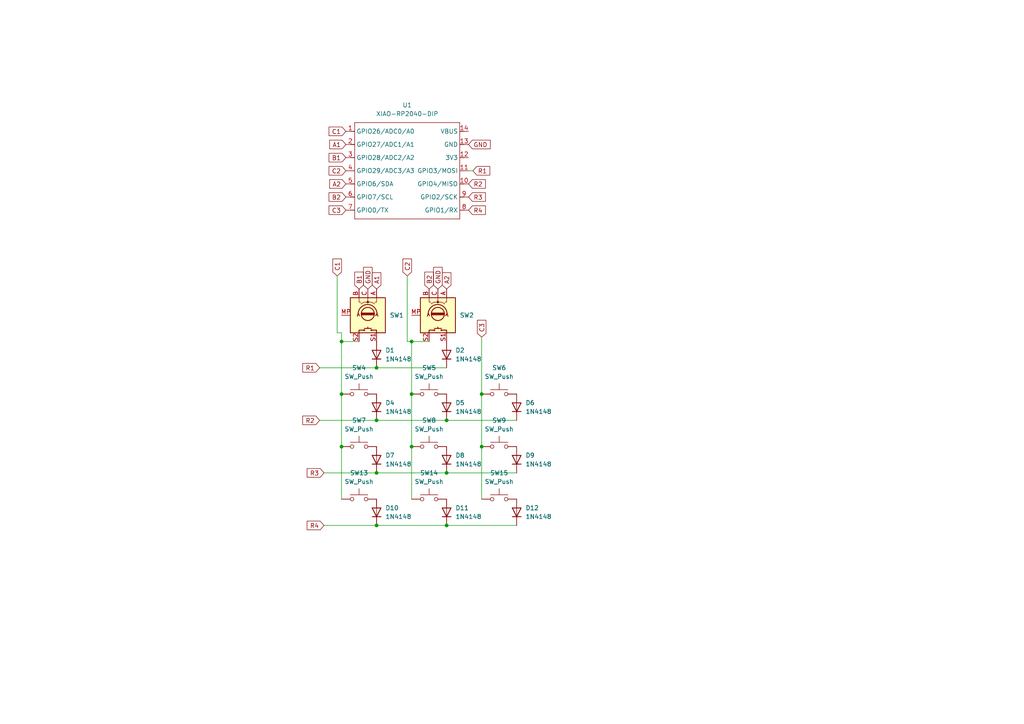
<source format=kicad_sch>
(kicad_sch
	(version 20250114)
	(generator "eeschema")
	(generator_version "9.0")
	(uuid "1df46c43-0cf4-4e72-815a-23befd42ec74")
	(paper "A4")
	(lib_symbols
		(symbol "Device:RotaryEncoder_Switch_MP"
			(pin_names
				(offset 0.254)
				(hide yes)
			)
			(exclude_from_sim no)
			(in_bom yes)
			(on_board yes)
			(property "Reference" "SW"
				(at 0 8.89 0)
				(effects
					(font
						(size 1.27 1.27)
					)
				)
			)
			(property "Value" "RotaryEncoder_Switch_MP"
				(at 0 6.35 0)
				(effects
					(font
						(size 1.27 1.27)
					)
				)
			)
			(property "Footprint" ""
				(at -3.81 4.064 0)
				(effects
					(font
						(size 1.27 1.27)
					)
					(hide yes)
				)
			)
			(property "Datasheet" "~"
				(at 0 -12.7 0)
				(effects
					(font
						(size 1.27 1.27)
					)
					(hide yes)
				)
			)
			(property "Description" "Rotary encoder, dual channel, incremental quadrate outputs, with switch and MP Pin"
				(at 0 -15.24 0)
				(effects
					(font
						(size 1.27 1.27)
					)
					(hide yes)
				)
			)
			(property "ki_keywords" "rotary switch encoder switch push button"
				(at 0 0 0)
				(effects
					(font
						(size 1.27 1.27)
					)
					(hide yes)
				)
			)
			(property "ki_fp_filters" "RotaryEncoder*Switch*"
				(at 0 0 0)
				(effects
					(font
						(size 1.27 1.27)
					)
					(hide yes)
				)
			)
			(symbol "RotaryEncoder_Switch_MP_0_1"
				(rectangle
					(start -5.08 5.08)
					(end 5.08 -5.08)
					(stroke
						(width 0.254)
						(type default)
					)
					(fill
						(type background)
					)
				)
				(polyline
					(pts
						(xy -5.08 2.54) (xy -3.81 2.54) (xy -3.81 2.032)
					)
					(stroke
						(width 0)
						(type default)
					)
					(fill
						(type none)
					)
				)
				(polyline
					(pts
						(xy -5.08 0) (xy -3.81 0) (xy -3.81 -1.016) (xy -3.302 -2.032)
					)
					(stroke
						(width 0)
						(type default)
					)
					(fill
						(type none)
					)
				)
				(polyline
					(pts
						(xy -5.08 -2.54) (xy -3.81 -2.54) (xy -3.81 -2.032)
					)
					(stroke
						(width 0)
						(type default)
					)
					(fill
						(type none)
					)
				)
				(polyline
					(pts
						(xy -4.318 0) (xy -3.81 0) (xy -3.81 1.016) (xy -3.302 2.032)
					)
					(stroke
						(width 0)
						(type default)
					)
					(fill
						(type none)
					)
				)
				(circle
					(center -3.81 0)
					(radius 0.254)
					(stroke
						(width 0)
						(type default)
					)
					(fill
						(type outline)
					)
				)
				(polyline
					(pts
						(xy -0.635 -1.778) (xy -0.635 1.778)
					)
					(stroke
						(width 0.254)
						(type default)
					)
					(fill
						(type none)
					)
				)
				(circle
					(center -0.381 0)
					(radius 1.905)
					(stroke
						(width 0.254)
						(type default)
					)
					(fill
						(type none)
					)
				)
				(polyline
					(pts
						(xy -0.381 -1.778) (xy -0.381 1.778)
					)
					(stroke
						(width 0.254)
						(type default)
					)
					(fill
						(type none)
					)
				)
				(arc
					(start -0.381 -2.794)
					(mid -3.0988 -0.0635)
					(end -0.381 2.667)
					(stroke
						(width 0.254)
						(type default)
					)
					(fill
						(type none)
					)
				)
				(polyline
					(pts
						(xy -0.127 1.778) (xy -0.127 -1.778)
					)
					(stroke
						(width 0.254)
						(type default)
					)
					(fill
						(type none)
					)
				)
				(polyline
					(pts
						(xy 0.254 2.921) (xy -0.508 2.667) (xy 0.127 2.286)
					)
					(stroke
						(width 0.254)
						(type default)
					)
					(fill
						(type none)
					)
				)
				(polyline
					(pts
						(xy 0.254 -3.048) (xy -0.508 -2.794) (xy 0.127 -2.413)
					)
					(stroke
						(width 0.254)
						(type default)
					)
					(fill
						(type none)
					)
				)
				(polyline
					(pts
						(xy 3.81 1.016) (xy 3.81 -1.016)
					)
					(stroke
						(width 0.254)
						(type default)
					)
					(fill
						(type none)
					)
				)
				(polyline
					(pts
						(xy 3.81 0) (xy 3.429 0)
					)
					(stroke
						(width 0.254)
						(type default)
					)
					(fill
						(type none)
					)
				)
				(circle
					(center 4.318 1.016)
					(radius 0.127)
					(stroke
						(width 0.254)
						(type default)
					)
					(fill
						(type none)
					)
				)
				(circle
					(center 4.318 -1.016)
					(radius 0.127)
					(stroke
						(width 0.254)
						(type default)
					)
					(fill
						(type none)
					)
				)
				(polyline
					(pts
						(xy 5.08 2.54) (xy 4.318 2.54) (xy 4.318 1.016)
					)
					(stroke
						(width 0.254)
						(type default)
					)
					(fill
						(type none)
					)
				)
				(polyline
					(pts
						(xy 5.08 -2.54) (xy 4.318 -2.54) (xy 4.318 -1.016)
					)
					(stroke
						(width 0.254)
						(type default)
					)
					(fill
						(type none)
					)
				)
			)
			(symbol "RotaryEncoder_Switch_MP_1_1"
				(pin passive line
					(at -7.62 2.54 0)
					(length 2.54)
					(name "A"
						(effects
							(font
								(size 1.27 1.27)
							)
						)
					)
					(number "A"
						(effects
							(font
								(size 1.27 1.27)
							)
						)
					)
				)
				(pin passive line
					(at -7.62 0 0)
					(length 2.54)
					(name "C"
						(effects
							(font
								(size 1.27 1.27)
							)
						)
					)
					(number "C"
						(effects
							(font
								(size 1.27 1.27)
							)
						)
					)
				)
				(pin passive line
					(at -7.62 -2.54 0)
					(length 2.54)
					(name "B"
						(effects
							(font
								(size 1.27 1.27)
							)
						)
					)
					(number "B"
						(effects
							(font
								(size 1.27 1.27)
							)
						)
					)
				)
				(pin passive line
					(at 0 -7.62 90)
					(length 2.54)
					(name "MP"
						(effects
							(font
								(size 1.27 1.27)
							)
						)
					)
					(number "MP"
						(effects
							(font
								(size 1.27 1.27)
							)
						)
					)
				)
				(pin passive line
					(at 7.62 2.54 180)
					(length 2.54)
					(name "S1"
						(effects
							(font
								(size 1.27 1.27)
							)
						)
					)
					(number "S1"
						(effects
							(font
								(size 1.27 1.27)
							)
						)
					)
				)
				(pin passive line
					(at 7.62 -2.54 180)
					(length 2.54)
					(name "S2"
						(effects
							(font
								(size 1.27 1.27)
							)
						)
					)
					(number "S2"
						(effects
							(font
								(size 1.27 1.27)
							)
						)
					)
				)
			)
			(embedded_fonts no)
		)
		(symbol "Diode:1N4148"
			(pin_numbers
				(hide yes)
			)
			(pin_names
				(hide yes)
			)
			(exclude_from_sim no)
			(in_bom yes)
			(on_board yes)
			(property "Reference" "D"
				(at 0 2.54 0)
				(effects
					(font
						(size 1.27 1.27)
					)
				)
			)
			(property "Value" "1N4148"
				(at 0 -2.54 0)
				(effects
					(font
						(size 1.27 1.27)
					)
				)
			)
			(property "Footprint" "Diode_THT:D_DO-35_SOD27_P7.62mm_Horizontal"
				(at 0 0 0)
				(effects
					(font
						(size 1.27 1.27)
					)
					(hide yes)
				)
			)
			(property "Datasheet" "https://assets.nexperia.com/documents/data-sheet/1N4148_1N4448.pdf"
				(at 0 0 0)
				(effects
					(font
						(size 1.27 1.27)
					)
					(hide yes)
				)
			)
			(property "Description" "100V 0.15A standard switching diode, DO-35"
				(at 0 0 0)
				(effects
					(font
						(size 1.27 1.27)
					)
					(hide yes)
				)
			)
			(property "Sim.Device" "D"
				(at 0 0 0)
				(effects
					(font
						(size 1.27 1.27)
					)
					(hide yes)
				)
			)
			(property "Sim.Pins" "1=K 2=A"
				(at 0 0 0)
				(effects
					(font
						(size 1.27 1.27)
					)
					(hide yes)
				)
			)
			(property "ki_keywords" "diode"
				(at 0 0 0)
				(effects
					(font
						(size 1.27 1.27)
					)
					(hide yes)
				)
			)
			(property "ki_fp_filters" "D*DO?35*"
				(at 0 0 0)
				(effects
					(font
						(size 1.27 1.27)
					)
					(hide yes)
				)
			)
			(symbol "1N4148_0_1"
				(polyline
					(pts
						(xy -1.27 1.27) (xy -1.27 -1.27)
					)
					(stroke
						(width 0.254)
						(type default)
					)
					(fill
						(type none)
					)
				)
				(polyline
					(pts
						(xy 1.27 1.27) (xy 1.27 -1.27) (xy -1.27 0) (xy 1.27 1.27)
					)
					(stroke
						(width 0.254)
						(type default)
					)
					(fill
						(type none)
					)
				)
				(polyline
					(pts
						(xy 1.27 0) (xy -1.27 0)
					)
					(stroke
						(width 0)
						(type default)
					)
					(fill
						(type none)
					)
				)
			)
			(symbol "1N4148_1_1"
				(pin passive line
					(at -3.81 0 0)
					(length 2.54)
					(name "K"
						(effects
							(font
								(size 1.27 1.27)
							)
						)
					)
					(number "1"
						(effects
							(font
								(size 1.27 1.27)
							)
						)
					)
				)
				(pin passive line
					(at 3.81 0 180)
					(length 2.54)
					(name "A"
						(effects
							(font
								(size 1.27 1.27)
							)
						)
					)
					(number "2"
						(effects
							(font
								(size 1.27 1.27)
							)
						)
					)
				)
			)
			(embedded_fonts no)
		)
		(symbol "MicroPad:XIAO-RP2040-DIP"
			(exclude_from_sim no)
			(in_bom yes)
			(on_board yes)
			(property "Reference" "U"
				(at 0 0 0)
				(effects
					(font
						(size 1.27 1.27)
					)
				)
			)
			(property "Value" "XIAO-RP2040-DIP"
				(at 5.334 -1.778 0)
				(effects
					(font
						(size 1.27 1.27)
					)
				)
			)
			(property "Footprint" "Module:MOUDLE14P-XIAO-DIP-SMD"
				(at 14.478 -32.258 0)
				(effects
					(font
						(size 1.27 1.27)
					)
					(hide yes)
				)
			)
			(property "Datasheet" ""
				(at 0 0 0)
				(effects
					(font
						(size 1.27 1.27)
					)
					(hide yes)
				)
			)
			(property "Description" ""
				(at 0 0 0)
				(effects
					(font
						(size 1.27 1.27)
					)
					(hide yes)
				)
			)
			(symbol "XIAO-RP2040-DIP_1_0"
				(polyline
					(pts
						(xy -1.27 -2.54) (xy 29.21 -2.54)
					)
					(stroke
						(width 0.1524)
						(type solid)
					)
					(fill
						(type none)
					)
				)
				(polyline
					(pts
						(xy -1.27 -5.08) (xy -2.54 -5.08)
					)
					(stroke
						(width 0.1524)
						(type solid)
					)
					(fill
						(type none)
					)
				)
				(polyline
					(pts
						(xy -1.27 -5.08) (xy -1.27 -2.54)
					)
					(stroke
						(width 0.1524)
						(type solid)
					)
					(fill
						(type none)
					)
				)
				(polyline
					(pts
						(xy -1.27 -8.89) (xy -2.54 -8.89)
					)
					(stroke
						(width 0.1524)
						(type solid)
					)
					(fill
						(type none)
					)
				)
				(polyline
					(pts
						(xy -1.27 -8.89) (xy -1.27 -5.08)
					)
					(stroke
						(width 0.1524)
						(type solid)
					)
					(fill
						(type none)
					)
				)
				(polyline
					(pts
						(xy -1.27 -12.7) (xy -2.54 -12.7)
					)
					(stroke
						(width 0.1524)
						(type solid)
					)
					(fill
						(type none)
					)
				)
				(polyline
					(pts
						(xy -1.27 -12.7) (xy -1.27 -8.89)
					)
					(stroke
						(width 0.1524)
						(type solid)
					)
					(fill
						(type none)
					)
				)
				(polyline
					(pts
						(xy -1.27 -16.51) (xy -2.54 -16.51)
					)
					(stroke
						(width 0.1524)
						(type solid)
					)
					(fill
						(type none)
					)
				)
				(polyline
					(pts
						(xy -1.27 -16.51) (xy -1.27 -12.7)
					)
					(stroke
						(width 0.1524)
						(type solid)
					)
					(fill
						(type none)
					)
				)
				(polyline
					(pts
						(xy -1.27 -20.32) (xy -2.54 -20.32)
					)
					(stroke
						(width 0.1524)
						(type solid)
					)
					(fill
						(type none)
					)
				)
				(polyline
					(pts
						(xy -1.27 -24.13) (xy -2.54 -24.13)
					)
					(stroke
						(width 0.1524)
						(type solid)
					)
					(fill
						(type none)
					)
				)
				(polyline
					(pts
						(xy -1.27 -27.94) (xy -2.54 -27.94)
					)
					(stroke
						(width 0.1524)
						(type solid)
					)
					(fill
						(type none)
					)
				)
				(polyline
					(pts
						(xy -1.27 -30.48) (xy -1.27 -16.51)
					)
					(stroke
						(width 0.1524)
						(type solid)
					)
					(fill
						(type none)
					)
				)
				(polyline
					(pts
						(xy 29.21 -2.54) (xy 29.21 -5.08)
					)
					(stroke
						(width 0.1524)
						(type solid)
					)
					(fill
						(type none)
					)
				)
				(polyline
					(pts
						(xy 29.21 -5.08) (xy 29.21 -8.89)
					)
					(stroke
						(width 0.1524)
						(type solid)
					)
					(fill
						(type none)
					)
				)
				(polyline
					(pts
						(xy 29.21 -8.89) (xy 29.21 -12.7)
					)
					(stroke
						(width 0.1524)
						(type solid)
					)
					(fill
						(type none)
					)
				)
				(polyline
					(pts
						(xy 29.21 -12.7) (xy 29.21 -30.48)
					)
					(stroke
						(width 0.1524)
						(type solid)
					)
					(fill
						(type none)
					)
				)
				(polyline
					(pts
						(xy 29.21 -30.48) (xy -1.27 -30.48)
					)
					(stroke
						(width 0.1524)
						(type solid)
					)
					(fill
						(type none)
					)
				)
				(polyline
					(pts
						(xy 30.48 -5.08) (xy 29.21 -5.08)
					)
					(stroke
						(width 0.1524)
						(type solid)
					)
					(fill
						(type none)
					)
				)
				(polyline
					(pts
						(xy 30.48 -8.89) (xy 29.21 -8.89)
					)
					(stroke
						(width 0.1524)
						(type solid)
					)
					(fill
						(type none)
					)
				)
				(polyline
					(pts
						(xy 30.48 -12.7) (xy 29.21 -12.7)
					)
					(stroke
						(width 0.1524)
						(type solid)
					)
					(fill
						(type none)
					)
				)
				(polyline
					(pts
						(xy 30.48 -16.51) (xy 29.21 -16.51)
					)
					(stroke
						(width 0.1524)
						(type solid)
					)
					(fill
						(type none)
					)
				)
				(polyline
					(pts
						(xy 30.48 -20.32) (xy 29.21 -20.32)
					)
					(stroke
						(width 0.1524)
						(type solid)
					)
					(fill
						(type none)
					)
				)
				(polyline
					(pts
						(xy 30.48 -24.13) (xy 29.21 -24.13)
					)
					(stroke
						(width 0.1524)
						(type solid)
					)
					(fill
						(type none)
					)
				)
				(polyline
					(pts
						(xy 30.48 -27.94) (xy 29.21 -27.94)
					)
					(stroke
						(width 0.1524)
						(type solid)
					)
					(fill
						(type none)
					)
				)
				(pin passive line
					(at -3.81 -5.08 0)
					(length 2.54)
					(name "GPIO26/ADC0/A0"
						(effects
							(font
								(size 1.27 1.27)
							)
						)
					)
					(number "1"
						(effects
							(font
								(size 1.27 1.27)
							)
						)
					)
				)
				(pin passive line
					(at -3.81 -8.89 0)
					(length 2.54)
					(name "GPIO27/ADC1/A1"
						(effects
							(font
								(size 1.27 1.27)
							)
						)
					)
					(number "2"
						(effects
							(font
								(size 1.27 1.27)
							)
						)
					)
				)
				(pin passive line
					(at -3.81 -12.7 0)
					(length 2.54)
					(name "GPIO28/ADC2/A2"
						(effects
							(font
								(size 1.27 1.27)
							)
						)
					)
					(number "3"
						(effects
							(font
								(size 1.27 1.27)
							)
						)
					)
				)
				(pin passive line
					(at -3.81 -16.51 0)
					(length 2.54)
					(name "GPIO29/ADC3/A3"
						(effects
							(font
								(size 1.27 1.27)
							)
						)
					)
					(number "4"
						(effects
							(font
								(size 1.27 1.27)
							)
						)
					)
				)
				(pin passive line
					(at -3.81 -20.32 0)
					(length 2.54)
					(name "GPIO6/SDA"
						(effects
							(font
								(size 1.27 1.27)
							)
						)
					)
					(number "5"
						(effects
							(font
								(size 1.27 1.27)
							)
						)
					)
				)
				(pin passive line
					(at -3.81 -24.13 0)
					(length 2.54)
					(name "GPIO7/SCL"
						(effects
							(font
								(size 1.27 1.27)
							)
						)
					)
					(number "6"
						(effects
							(font
								(size 1.27 1.27)
							)
						)
					)
				)
				(pin passive line
					(at -3.81 -27.94 0)
					(length 2.54)
					(name "GPIO0/TX"
						(effects
							(font
								(size 1.27 1.27)
							)
						)
					)
					(number "7"
						(effects
							(font
								(size 1.27 1.27)
							)
						)
					)
				)
				(pin passive line
					(at 31.75 -5.08 180)
					(length 2.54)
					(name "VBUS"
						(effects
							(font
								(size 1.27 1.27)
							)
						)
					)
					(number "14"
						(effects
							(font
								(size 1.27 1.27)
							)
						)
					)
				)
				(pin passive line
					(at 31.75 -8.89 180)
					(length 2.54)
					(name "GND"
						(effects
							(font
								(size 1.27 1.27)
							)
						)
					)
					(number "13"
						(effects
							(font
								(size 1.27 1.27)
							)
						)
					)
				)
				(pin passive line
					(at 31.75 -12.7 180)
					(length 2.54)
					(name "3V3"
						(effects
							(font
								(size 1.27 1.27)
							)
						)
					)
					(number "12"
						(effects
							(font
								(size 1.27 1.27)
							)
						)
					)
				)
				(pin passive line
					(at 31.75 -16.51 180)
					(length 2.54)
					(name "GPIO3/MOSI"
						(effects
							(font
								(size 1.27 1.27)
							)
						)
					)
					(number "11"
						(effects
							(font
								(size 1.27 1.27)
							)
						)
					)
				)
				(pin passive line
					(at 31.75 -20.32 180)
					(length 2.54)
					(name "GPIO4/MISO"
						(effects
							(font
								(size 1.27 1.27)
							)
						)
					)
					(number "10"
						(effects
							(font
								(size 1.27 1.27)
							)
						)
					)
				)
				(pin passive line
					(at 31.75 -24.13 180)
					(length 2.54)
					(name "GPIO2/SCK"
						(effects
							(font
								(size 1.27 1.27)
							)
						)
					)
					(number "9"
						(effects
							(font
								(size 1.27 1.27)
							)
						)
					)
				)
				(pin passive line
					(at 31.75 -27.94 180)
					(length 2.54)
					(name "GPIO1/RX"
						(effects
							(font
								(size 1.27 1.27)
							)
						)
					)
					(number "8"
						(effects
							(font
								(size 1.27 1.27)
							)
						)
					)
				)
			)
			(embedded_fonts no)
		)
		(symbol "Switch:SW_Push"
			(pin_numbers
				(hide yes)
			)
			(pin_names
				(offset 1.016)
				(hide yes)
			)
			(exclude_from_sim no)
			(in_bom yes)
			(on_board yes)
			(property "Reference" "SW"
				(at 1.27 2.54 0)
				(effects
					(font
						(size 1.27 1.27)
					)
					(justify left)
				)
			)
			(property "Value" "SW_Push"
				(at 0 -1.524 0)
				(effects
					(font
						(size 1.27 1.27)
					)
				)
			)
			(property "Footprint" ""
				(at 0 5.08 0)
				(effects
					(font
						(size 1.27 1.27)
					)
					(hide yes)
				)
			)
			(property "Datasheet" "~"
				(at 0 5.08 0)
				(effects
					(font
						(size 1.27 1.27)
					)
					(hide yes)
				)
			)
			(property "Description" "Push button switch, generic, two pins"
				(at 0 0 0)
				(effects
					(font
						(size 1.27 1.27)
					)
					(hide yes)
				)
			)
			(property "ki_keywords" "switch normally-open pushbutton push-button"
				(at 0 0 0)
				(effects
					(font
						(size 1.27 1.27)
					)
					(hide yes)
				)
			)
			(symbol "SW_Push_0_1"
				(circle
					(center -2.032 0)
					(radius 0.508)
					(stroke
						(width 0)
						(type default)
					)
					(fill
						(type none)
					)
				)
				(polyline
					(pts
						(xy 0 1.27) (xy 0 3.048)
					)
					(stroke
						(width 0)
						(type default)
					)
					(fill
						(type none)
					)
				)
				(circle
					(center 2.032 0)
					(radius 0.508)
					(stroke
						(width 0)
						(type default)
					)
					(fill
						(type none)
					)
				)
				(polyline
					(pts
						(xy 2.54 1.27) (xy -2.54 1.27)
					)
					(stroke
						(width 0)
						(type default)
					)
					(fill
						(type none)
					)
				)
				(pin passive line
					(at -5.08 0 0)
					(length 2.54)
					(name "1"
						(effects
							(font
								(size 1.27 1.27)
							)
						)
					)
					(number "1"
						(effects
							(font
								(size 1.27 1.27)
							)
						)
					)
				)
				(pin passive line
					(at 5.08 0 180)
					(length 2.54)
					(name "2"
						(effects
							(font
								(size 1.27 1.27)
							)
						)
					)
					(number "2"
						(effects
							(font
								(size 1.27 1.27)
							)
						)
					)
				)
			)
			(embedded_fonts no)
		)
	)
	(junction
		(at 129.54 137.16)
		(diameter 0)
		(color 0 0 0 0)
		(uuid "20f5cffc-42b1-4f7f-93e9-9edd8e8157de")
	)
	(junction
		(at 109.22 121.92)
		(diameter 0)
		(color 0 0 0 0)
		(uuid "2bec86bd-d9ec-4e02-aa8b-d9e4dbd4cd1a")
	)
	(junction
		(at 109.22 152.4)
		(diameter 0)
		(color 0 0 0 0)
		(uuid "3f6b0564-3122-4b9e-a063-3f5c50b77375")
	)
	(junction
		(at 139.7 114.3)
		(diameter 0)
		(color 0 0 0 0)
		(uuid "4def1e23-c095-40ee-a1ac-0a7cbae64c0e")
	)
	(junction
		(at 119.38 99.06)
		(diameter 0)
		(color 0 0 0 0)
		(uuid "543e6aff-cc53-49fd-b822-48fe4b28a828")
	)
	(junction
		(at 139.7 129.54)
		(diameter 0)
		(color 0 0 0 0)
		(uuid "816a436b-3187-443e-be64-dc1a51b1c781")
	)
	(junction
		(at 119.38 129.54)
		(diameter 0)
		(color 0 0 0 0)
		(uuid "a07b7ddb-b282-4dd1-9eee-9a2370d535dc")
	)
	(junction
		(at 99.06 129.54)
		(diameter 0)
		(color 0 0 0 0)
		(uuid "aa041f0a-614a-4ab1-a5a2-549fd65c6856")
	)
	(junction
		(at 109.22 137.16)
		(diameter 0)
		(color 0 0 0 0)
		(uuid "ad014a8c-aee6-4c57-a694-213233c6acfd")
	)
	(junction
		(at 129.54 121.92)
		(diameter 0)
		(color 0 0 0 0)
		(uuid "ae6d1875-bd63-4d32-b378-fdec017c03a0")
	)
	(junction
		(at 99.06 99.06)
		(diameter 0)
		(color 0 0 0 0)
		(uuid "b627e7ce-343d-486b-a25a-d5b8cf00550e")
	)
	(junction
		(at 109.22 106.68)
		(diameter 0)
		(color 0 0 0 0)
		(uuid "bd2a2ea4-1b06-430a-a717-499a563d57f7")
	)
	(junction
		(at 99.06 114.3)
		(diameter 0)
		(color 0 0 0 0)
		(uuid "df69f832-1e87-417b-8472-8eed51c56965")
	)
	(junction
		(at 119.38 114.3)
		(diameter 0)
		(color 0 0 0 0)
		(uuid "f7da5be7-7acc-4403-9b22-edd80d6847ca")
	)
	(junction
		(at 129.54 152.4)
		(diameter 0)
		(color 0 0 0 0)
		(uuid "fce2c63e-b9a3-4b2c-a181-5240d321919d")
	)
	(wire
		(pts
			(xy 119.38 114.3) (xy 119.38 129.54)
		)
		(stroke
			(width 0)
			(type default)
		)
		(uuid "014f88bc-91e0-4b79-842d-75bb20d11808")
	)
	(wire
		(pts
			(xy 129.54 121.92) (xy 149.86 121.92)
		)
		(stroke
			(width 0)
			(type default)
		)
		(uuid "0189e49c-768a-4520-8364-64fb62e90aea")
	)
	(wire
		(pts
			(xy 139.7 129.54) (xy 139.7 144.78)
		)
		(stroke
			(width 0)
			(type default)
		)
		(uuid "0220676d-f40d-4e7d-a69a-e488d0168a08")
	)
	(wire
		(pts
			(xy 99.06 96.52) (xy 99.06 99.06)
		)
		(stroke
			(width 0)
			(type default)
		)
		(uuid "04549a5b-56a4-4895-a580-94df599e996c")
	)
	(wire
		(pts
			(xy 137.16 49.53) (xy 135.89 49.53)
		)
		(stroke
			(width 0)
			(type default)
		)
		(uuid "127c9d22-2a2c-437c-80e8-81e6e3701a2e")
	)
	(wire
		(pts
			(xy 97.79 80.01) (xy 97.79 96.52)
		)
		(stroke
			(width 0)
			(type default)
		)
		(uuid "17c8d9bd-0411-4794-bdc7-3a2bd89fb133")
	)
	(wire
		(pts
			(xy 97.79 96.52) (xy 99.06 96.52)
		)
		(stroke
			(width 0)
			(type default)
		)
		(uuid "2181aa59-bb83-4265-9871-e1002a8602bc")
	)
	(wire
		(pts
			(xy 118.11 99.06) (xy 119.38 99.06)
		)
		(stroke
			(width 0)
			(type default)
		)
		(uuid "30aff6d3-40f4-444f-a201-046253bb3625")
	)
	(wire
		(pts
			(xy 92.71 121.92) (xy 109.22 121.92)
		)
		(stroke
			(width 0)
			(type default)
		)
		(uuid "561bdfd5-a2df-482f-bda5-4cc5c5f20f26")
	)
	(wire
		(pts
			(xy 109.22 137.16) (xy 129.54 137.16)
		)
		(stroke
			(width 0)
			(type default)
		)
		(uuid "592bb599-c760-4df7-8004-825cd5510db1")
	)
	(wire
		(pts
			(xy 109.22 106.68) (xy 129.54 106.68)
		)
		(stroke
			(width 0)
			(type default)
		)
		(uuid "5efc17c4-85b3-41de-b4e6-a77eeb4d7ec6")
	)
	(wire
		(pts
			(xy 129.54 152.4) (xy 149.86 152.4)
		)
		(stroke
			(width 0)
			(type default)
		)
		(uuid "7437b41e-fdaa-4bae-babd-dd4536dac48f")
	)
	(wire
		(pts
			(xy 99.06 114.3) (xy 99.06 129.54)
		)
		(stroke
			(width 0)
			(type default)
		)
		(uuid "8b5913c0-b676-4c5f-b7ad-15b43f6e962c")
	)
	(wire
		(pts
			(xy 139.7 97.79) (xy 139.7 114.3)
		)
		(stroke
			(width 0)
			(type default)
		)
		(uuid "91a8d489-4e27-4e40-9a79-bc3787c45735")
	)
	(wire
		(pts
			(xy 93.98 137.16) (xy 109.22 137.16)
		)
		(stroke
			(width 0)
			(type default)
		)
		(uuid "a3353e16-9ea0-42c1-8ee6-6d5fa7ca7c96")
	)
	(wire
		(pts
			(xy 119.38 129.54) (xy 119.38 144.78)
		)
		(stroke
			(width 0)
			(type default)
		)
		(uuid "a47f74a1-4b1a-4ef7-ae10-c3290ea2adf5")
	)
	(wire
		(pts
			(xy 99.06 99.06) (xy 104.14 99.06)
		)
		(stroke
			(width 0)
			(type default)
		)
		(uuid "ab2b962f-482b-4530-bbbf-3c91b607784e")
	)
	(wire
		(pts
			(xy 99.06 114.3) (xy 99.06 99.06)
		)
		(stroke
			(width 0)
			(type default)
		)
		(uuid "afccdb45-7bd3-4e35-8cdd-dce334b4cfa8")
	)
	(wire
		(pts
			(xy 119.38 99.06) (xy 124.46 99.06)
		)
		(stroke
			(width 0)
			(type default)
		)
		(uuid "b18ed422-e719-4b6b-bd1b-96dc764cd1ac")
	)
	(wire
		(pts
			(xy 99.06 129.54) (xy 99.06 144.78)
		)
		(stroke
			(width 0)
			(type default)
		)
		(uuid "c8751234-8de2-4edf-b206-d473dca7daee")
	)
	(wire
		(pts
			(xy 93.98 152.4) (xy 109.22 152.4)
		)
		(stroke
			(width 0)
			(type default)
		)
		(uuid "dd3fa586-ac76-4ab0-90e0-846d757a404e")
	)
	(wire
		(pts
			(xy 139.7 114.3) (xy 139.7 129.54)
		)
		(stroke
			(width 0)
			(type default)
		)
		(uuid "e4b20648-0b5a-470b-b9f2-e500964c180e")
	)
	(wire
		(pts
			(xy 92.71 106.68) (xy 109.22 106.68)
		)
		(stroke
			(width 0)
			(type default)
		)
		(uuid "e89b6d89-6502-419f-8cf4-80d9e247090c")
	)
	(wire
		(pts
			(xy 129.54 137.16) (xy 149.86 137.16)
		)
		(stroke
			(width 0)
			(type default)
		)
		(uuid "eda79257-9b67-4505-9e05-7c98ac19d2a0")
	)
	(wire
		(pts
			(xy 119.38 114.3) (xy 119.38 99.06)
		)
		(stroke
			(width 0)
			(type default)
		)
		(uuid "f1d9abf3-48ef-4a34-a22b-6d177fb2cb32")
	)
	(wire
		(pts
			(xy 109.22 152.4) (xy 129.54 152.4)
		)
		(stroke
			(width 0)
			(type default)
		)
		(uuid "f3f232ac-3700-4b78-8488-0f5c2e6b8e64")
	)
	(wire
		(pts
			(xy 109.22 121.92) (xy 129.54 121.92)
		)
		(stroke
			(width 0)
			(type default)
		)
		(uuid "f9cc82bf-6b19-4628-8049-67303ed015b5")
	)
	(wire
		(pts
			(xy 118.11 80.01) (xy 118.11 99.06)
		)
		(stroke
			(width 0)
			(type default)
		)
		(uuid "fc1e3f23-ad1d-4cbe-bcd7-c7f3935f3afa")
	)
	(global_label "B1"
		(shape input)
		(at 104.14 83.82 90)
		(fields_autoplaced yes)
		(effects
			(font
				(size 1.27 1.27)
			)
			(justify left)
		)
		(uuid "01e27b57-8010-4454-afcb-4cc0ba3adab2")
		(property "Intersheetrefs" "${INTERSHEET_REFS}"
			(at 104.14 78.3553 90)
			(effects
				(font
					(size 1.27 1.27)
				)
				(justify left)
				(hide yes)
			)
		)
	)
	(global_label "B1"
		(shape input)
		(at 100.33 45.72 180)
		(fields_autoplaced yes)
		(effects
			(font
				(size 1.27 1.27)
			)
			(justify right)
		)
		(uuid "0817234e-337e-4264-8706-24d2dee855bb")
		(property "Intersheetrefs" "${INTERSHEET_REFS}"
			(at 94.8653 45.72 0)
			(effects
				(font
					(size 1.27 1.27)
				)
				(justify right)
				(hide yes)
			)
		)
	)
	(global_label "GND"
		(shape input)
		(at 127 83.82 90)
		(fields_autoplaced yes)
		(effects
			(font
				(size 1.27 1.27)
			)
			(justify left)
		)
		(uuid "0d5749b2-b2d8-40f3-aee3-e598a87184c4")
		(property "Intersheetrefs" "${INTERSHEET_REFS}"
			(at 127 76.9643 90)
			(effects
				(font
					(size 1.27 1.27)
				)
				(justify left)
				(hide yes)
			)
		)
	)
	(global_label "R1"
		(shape input)
		(at 137.16 49.53 0)
		(fields_autoplaced yes)
		(effects
			(font
				(size 1.27 1.27)
			)
			(justify left)
		)
		(uuid "0de08893-e983-4778-b324-5b8e3d40dbc2")
		(property "Intersheetrefs" "${INTERSHEET_REFS}"
			(at 142.6247 49.53 0)
			(effects
				(font
					(size 1.27 1.27)
				)
				(justify left)
				(hide yes)
			)
		)
	)
	(global_label "A1"
		(shape input)
		(at 109.22 83.82 90)
		(fields_autoplaced yes)
		(effects
			(font
				(size 1.27 1.27)
			)
			(justify left)
		)
		(uuid "11a68de1-d0f7-4d99-aea1-225f3de934b0")
		(property "Intersheetrefs" "${INTERSHEET_REFS}"
			(at 109.22 78.5367 90)
			(effects
				(font
					(size 1.27 1.27)
				)
				(justify left)
				(hide yes)
			)
		)
	)
	(global_label "A2"
		(shape input)
		(at 129.54 83.82 90)
		(fields_autoplaced yes)
		(effects
			(font
				(size 1.27 1.27)
			)
			(justify left)
		)
		(uuid "133ee797-1b85-4bd4-a14d-8732df945361")
		(property "Intersheetrefs" "${INTERSHEET_REFS}"
			(at 129.54 78.5367 90)
			(effects
				(font
					(size 1.27 1.27)
				)
				(justify left)
				(hide yes)
			)
		)
	)
	(global_label "C3"
		(shape input)
		(at 100.33 60.96 180)
		(fields_autoplaced yes)
		(effects
			(font
				(size 1.27 1.27)
			)
			(justify right)
		)
		(uuid "15821ef5-c8dc-4143-9bb9-f7185e82af22")
		(property "Intersheetrefs" "${INTERSHEET_REFS}"
			(at 94.8653 60.96 0)
			(effects
				(font
					(size 1.27 1.27)
				)
				(justify right)
				(hide yes)
			)
		)
	)
	(global_label "C1"
		(shape input)
		(at 100.33 38.1 180)
		(fields_autoplaced yes)
		(effects
			(font
				(size 1.27 1.27)
			)
			(justify right)
		)
		(uuid "1e96683b-1427-4ff6-861e-ec4aecc5d479")
		(property "Intersheetrefs" "${INTERSHEET_REFS}"
			(at 94.8653 38.1 0)
			(effects
				(font
					(size 1.27 1.27)
				)
				(justify right)
				(hide yes)
			)
		)
	)
	(global_label "B2"
		(shape input)
		(at 100.33 57.15 180)
		(fields_autoplaced yes)
		(effects
			(font
				(size 1.27 1.27)
			)
			(justify right)
		)
		(uuid "24148468-b59a-4b57-8419-40312149c2c5")
		(property "Intersheetrefs" "${INTERSHEET_REFS}"
			(at 94.8653 57.15 0)
			(effects
				(font
					(size 1.27 1.27)
				)
				(justify right)
				(hide yes)
			)
		)
	)
	(global_label "R2"
		(shape input)
		(at 135.89 53.34 0)
		(fields_autoplaced yes)
		(effects
			(font
				(size 1.27 1.27)
			)
			(justify left)
		)
		(uuid "32ea569f-5cee-4f62-b932-577f3d09ad7b")
		(property "Intersheetrefs" "${INTERSHEET_REFS}"
			(at 141.3547 53.34 0)
			(effects
				(font
					(size 1.27 1.27)
				)
				(justify left)
				(hide yes)
			)
		)
	)
	(global_label "GND"
		(shape input)
		(at 106.68 83.82 90)
		(fields_autoplaced yes)
		(effects
			(font
				(size 1.27 1.27)
			)
			(justify left)
		)
		(uuid "3c8bbd10-bb9b-461c-b03b-08916cba1903")
		(property "Intersheetrefs" "${INTERSHEET_REFS}"
			(at 106.68 76.9643 90)
			(effects
				(font
					(size 1.27 1.27)
				)
				(justify left)
				(hide yes)
			)
		)
	)
	(global_label "R4"
		(shape input)
		(at 135.89 60.96 0)
		(fields_autoplaced yes)
		(effects
			(font
				(size 1.27 1.27)
			)
			(justify left)
		)
		(uuid "419412aa-f35c-4f1d-9db9-49c7c61be64e")
		(property "Intersheetrefs" "${INTERSHEET_REFS}"
			(at 141.3547 60.96 0)
			(effects
				(font
					(size 1.27 1.27)
				)
				(justify left)
				(hide yes)
			)
		)
	)
	(global_label "C2"
		(shape input)
		(at 118.11 80.01 90)
		(fields_autoplaced yes)
		(effects
			(font
				(size 1.27 1.27)
			)
			(justify left)
		)
		(uuid "49254cf6-61d0-45a1-b049-8db838c63258")
		(property "Intersheetrefs" "${INTERSHEET_REFS}"
			(at 118.11 74.5453 90)
			(effects
				(font
					(size 1.27 1.27)
				)
				(justify left)
				(hide yes)
			)
		)
	)
	(global_label "B2"
		(shape input)
		(at 124.46 83.82 90)
		(fields_autoplaced yes)
		(effects
			(font
				(size 1.27 1.27)
			)
			(justify left)
		)
		(uuid "5ddbccb3-d5e4-4597-840c-b16982499284")
		(property "Intersheetrefs" "${INTERSHEET_REFS}"
			(at 124.46 78.3553 90)
			(effects
				(font
					(size 1.27 1.27)
				)
				(justify left)
				(hide yes)
			)
		)
	)
	(global_label "R1"
		(shape input)
		(at 92.71 106.68 180)
		(fields_autoplaced yes)
		(effects
			(font
				(size 1.27 1.27)
			)
			(justify right)
		)
		(uuid "6448158c-f3d6-4eb7-8582-816894c4430c")
		(property "Intersheetrefs" "${INTERSHEET_REFS}"
			(at 87.2453 106.68 0)
			(effects
				(font
					(size 1.27 1.27)
				)
				(justify right)
				(hide yes)
			)
		)
	)
	(global_label "GND"
		(shape input)
		(at 135.89 41.91 0)
		(fields_autoplaced yes)
		(effects
			(font
				(size 1.27 1.27)
			)
			(justify left)
		)
		(uuid "6faf3114-7181-497c-895f-4ee5db6b4478")
		(property "Intersheetrefs" "${INTERSHEET_REFS}"
			(at 142.7457 41.91 0)
			(effects
				(font
					(size 1.27 1.27)
				)
				(justify left)
				(hide yes)
			)
		)
	)
	(global_label "C1"
		(shape input)
		(at 97.79 80.01 90)
		(fields_autoplaced yes)
		(effects
			(font
				(size 1.27 1.27)
			)
			(justify left)
		)
		(uuid "81fb44fa-fde1-4456-a9e7-55a11d64494e")
		(property "Intersheetrefs" "${INTERSHEET_REFS}"
			(at 97.79 74.5453 90)
			(effects
				(font
					(size 1.27 1.27)
				)
				(justify left)
				(hide yes)
			)
		)
	)
	(global_label "R3"
		(shape input)
		(at 93.98 137.16 180)
		(fields_autoplaced yes)
		(effects
			(font
				(size 1.27 1.27)
			)
			(justify right)
		)
		(uuid "82240c6f-33e3-45dc-869d-9c3541e9deff")
		(property "Intersheetrefs" "${INTERSHEET_REFS}"
			(at 88.5153 137.16 0)
			(effects
				(font
					(size 1.27 1.27)
				)
				(justify right)
				(hide yes)
			)
		)
	)
	(global_label "C3"
		(shape input)
		(at 139.7 97.79 90)
		(fields_autoplaced yes)
		(effects
			(font
				(size 1.27 1.27)
			)
			(justify left)
		)
		(uuid "86f74f8b-bf2c-4033-8a00-6e47776ad27e")
		(property "Intersheetrefs" "${INTERSHEET_REFS}"
			(at 139.7 92.3253 90)
			(effects
				(font
					(size 1.27 1.27)
				)
				(justify left)
				(hide yes)
			)
		)
	)
	(global_label "C2"
		(shape input)
		(at 100.33 49.53 180)
		(fields_autoplaced yes)
		(effects
			(font
				(size 1.27 1.27)
			)
			(justify right)
		)
		(uuid "8e62fb8f-40c3-4769-985d-d6f43a16c0e0")
		(property "Intersheetrefs" "${INTERSHEET_REFS}"
			(at 94.8653 49.53 0)
			(effects
				(font
					(size 1.27 1.27)
				)
				(justify right)
				(hide yes)
			)
		)
	)
	(global_label "A1"
		(shape input)
		(at 100.33 41.91 180)
		(fields_autoplaced yes)
		(effects
			(font
				(size 1.27 1.27)
			)
			(justify right)
		)
		(uuid "8f78a1b2-90f9-46f1-9e29-626077ba8101")
		(property "Intersheetrefs" "${INTERSHEET_REFS}"
			(at 95.0467 41.91 0)
			(effects
				(font
					(size 1.27 1.27)
				)
				(justify right)
				(hide yes)
			)
		)
	)
	(global_label "R4"
		(shape input)
		(at 93.98 152.4 180)
		(fields_autoplaced yes)
		(effects
			(font
				(size 1.27 1.27)
			)
			(justify right)
		)
		(uuid "9de9db2d-882e-4c1a-9272-6f62b06cd8e7")
		(property "Intersheetrefs" "${INTERSHEET_REFS}"
			(at 88.5153 152.4 0)
			(effects
				(font
					(size 1.27 1.27)
				)
				(justify right)
				(hide yes)
			)
		)
	)
	(global_label "R2"
		(shape input)
		(at 92.71 121.92 180)
		(fields_autoplaced yes)
		(effects
			(font
				(size 1.27 1.27)
			)
			(justify right)
		)
		(uuid "9e6de042-d557-47f6-b26f-892fe43a6e94")
		(property "Intersheetrefs" "${INTERSHEET_REFS}"
			(at 87.2453 121.92 0)
			(effects
				(font
					(size 1.27 1.27)
				)
				(justify right)
				(hide yes)
			)
		)
	)
	(global_label "A2"
		(shape input)
		(at 100.33 53.34 180)
		(fields_autoplaced yes)
		(effects
			(font
				(size 1.27 1.27)
			)
			(justify right)
		)
		(uuid "c1d02a77-4098-4609-a705-ab3cc6c68c6b")
		(property "Intersheetrefs" "${INTERSHEET_REFS}"
			(at 95.0467 53.34 0)
			(effects
				(font
					(size 1.27 1.27)
				)
				(justify right)
				(hide yes)
			)
		)
	)
	(global_label "R3"
		(shape input)
		(at 135.89 57.15 0)
		(fields_autoplaced yes)
		(effects
			(font
				(size 1.27 1.27)
			)
			(justify left)
		)
		(uuid "ec36485c-bf11-4efb-8886-6e102639b905")
		(property "Intersheetrefs" "${INTERSHEET_REFS}"
			(at 141.3547 57.15 0)
			(effects
				(font
					(size 1.27 1.27)
				)
				(justify left)
				(hide yes)
			)
		)
	)
	(symbol
		(lib_id "Switch:SW_Push")
		(at 144.78 114.3 0)
		(unit 1)
		(exclude_from_sim no)
		(in_bom yes)
		(on_board yes)
		(dnp no)
		(fields_autoplaced yes)
		(uuid "07164e28-91e4-4189-adeb-f9ae1fcf2ab5")
		(property "Reference" "SW6"
			(at 144.78 106.68 0)
			(effects
				(font
					(size 1.27 1.27)
				)
			)
		)
		(property "Value" "SW_Push"
			(at 144.78 109.22 0)
			(effects
				(font
					(size 1.27 1.27)
				)
			)
		)
		(property "Footprint" "Button_Switch_Keyboard:SW_Cherry_MX_1.00u_PCB"
			(at 144.78 109.22 0)
			(effects
				(font
					(size 1.27 1.27)
				)
				(hide yes)
			)
		)
		(property "Datasheet" "~"
			(at 144.78 109.22 0)
			(effects
				(font
					(size 1.27 1.27)
				)
				(hide yes)
			)
		)
		(property "Description" "Push button switch, generic, two pins"
			(at 144.78 114.3 0)
			(effects
				(font
					(size 1.27 1.27)
				)
				(hide yes)
			)
		)
		(pin "1"
			(uuid "f2a89c0b-20ab-47cd-b864-e5197e3d2f14")
		)
		(pin "2"
			(uuid "6755da47-26fd-4449-a9e5-99db8bd86c28")
		)
		(instances
			(project "HACKPAD+"
				(path "/1df46c43-0cf4-4e72-815a-23befd42ec74"
					(reference "SW6")
					(unit 1)
				)
			)
		)
	)
	(symbol
		(lib_id "Switch:SW_Push")
		(at 104.14 129.54 0)
		(unit 1)
		(exclude_from_sim no)
		(in_bom yes)
		(on_board yes)
		(dnp no)
		(fields_autoplaced yes)
		(uuid "085c372c-82fb-4154-b92b-2b7227c642fc")
		(property "Reference" "SW7"
			(at 104.14 121.92 0)
			(effects
				(font
					(size 1.27 1.27)
				)
			)
		)
		(property "Value" "SW_Push"
			(at 104.14 124.46 0)
			(effects
				(font
					(size 1.27 1.27)
				)
			)
		)
		(property "Footprint" "Button_Switch_Keyboard:SW_Cherry_MX_1.00u_PCB"
			(at 104.14 124.46 0)
			(effects
				(font
					(size 1.27 1.27)
				)
				(hide yes)
			)
		)
		(property "Datasheet" "~"
			(at 104.14 124.46 0)
			(effects
				(font
					(size 1.27 1.27)
				)
				(hide yes)
			)
		)
		(property "Description" "Push button switch, generic, two pins"
			(at 104.14 129.54 0)
			(effects
				(font
					(size 1.27 1.27)
				)
				(hide yes)
			)
		)
		(pin "1"
			(uuid "4027aa4a-bf72-47ca-9c72-9e7f6e36cd25")
		)
		(pin "2"
			(uuid "8585d8e2-b083-4e35-b129-2f3f5baef754")
		)
		(instances
			(project "HACKPAD+"
				(path "/1df46c43-0cf4-4e72-815a-23befd42ec74"
					(reference "SW7")
					(unit 1)
				)
			)
		)
	)
	(symbol
		(lib_id "Diode:1N4148")
		(at 149.86 148.59 90)
		(unit 1)
		(exclude_from_sim no)
		(in_bom yes)
		(on_board yes)
		(dnp no)
		(fields_autoplaced yes)
		(uuid "0a2a4ce3-4996-44d6-bccf-12d02a2e8235")
		(property "Reference" "D12"
			(at 152.4 147.3199 90)
			(effects
				(font
					(size 1.27 1.27)
				)
				(justify right)
			)
		)
		(property "Value" "1N4148"
			(at 152.4 149.8599 90)
			(effects
				(font
					(size 1.27 1.27)
				)
				(justify right)
			)
		)
		(property "Footprint" "Diode_THT:D_DO-35_SOD27_P7.62mm_Horizontal"
			(at 149.86 148.59 0)
			(effects
				(font
					(size 1.27 1.27)
				)
				(hide yes)
			)
		)
		(property "Datasheet" "https://assets.nexperia.com/documents/data-sheet/1N4148_1N4448.pdf"
			(at 149.86 148.59 0)
			(effects
				(font
					(size 1.27 1.27)
				)
				(hide yes)
			)
		)
		(property "Description" "100V 0.15A standard switching diode, DO-35"
			(at 149.86 148.59 0)
			(effects
				(font
					(size 1.27 1.27)
				)
				(hide yes)
			)
		)
		(property "Sim.Device" "D"
			(at 149.86 148.59 0)
			(effects
				(font
					(size 1.27 1.27)
				)
				(hide yes)
			)
		)
		(property "Sim.Pins" "1=K 2=A"
			(at 149.86 148.59 0)
			(effects
				(font
					(size 1.27 1.27)
				)
				(hide yes)
			)
		)
		(pin "1"
			(uuid "4573902a-8a2f-4ed7-98de-ebee95561658")
		)
		(pin "2"
			(uuid "342873ed-e786-4598-8507-4e818aa7d153")
		)
		(instances
			(project "HACKPAD+"
				(path "/1df46c43-0cf4-4e72-815a-23befd42ec74"
					(reference "D12")
					(unit 1)
				)
			)
		)
	)
	(symbol
		(lib_id "Diode:1N4148")
		(at 109.22 133.35 90)
		(unit 1)
		(exclude_from_sim no)
		(in_bom yes)
		(on_board yes)
		(dnp no)
		(fields_autoplaced yes)
		(uuid "12958356-cf27-4ec9-afd7-b6e674ec62af")
		(property "Reference" "D7"
			(at 111.76 132.0799 90)
			(effects
				(font
					(size 1.27 1.27)
				)
				(justify right)
			)
		)
		(property "Value" "1N4148"
			(at 111.76 134.6199 90)
			(effects
				(font
					(size 1.27 1.27)
				)
				(justify right)
			)
		)
		(property "Footprint" "Diode_THT:D_DO-35_SOD27_P7.62mm_Horizontal"
			(at 109.22 133.35 0)
			(effects
				(font
					(size 1.27 1.27)
				)
				(hide yes)
			)
		)
		(property "Datasheet" "https://assets.nexperia.com/documents/data-sheet/1N4148_1N4448.pdf"
			(at 109.22 133.35 0)
			(effects
				(font
					(size 1.27 1.27)
				)
				(hide yes)
			)
		)
		(property "Description" "100V 0.15A standard switching diode, DO-35"
			(at 109.22 133.35 0)
			(effects
				(font
					(size 1.27 1.27)
				)
				(hide yes)
			)
		)
		(property "Sim.Device" "D"
			(at 109.22 133.35 0)
			(effects
				(font
					(size 1.27 1.27)
				)
				(hide yes)
			)
		)
		(property "Sim.Pins" "1=K 2=A"
			(at 109.22 133.35 0)
			(effects
				(font
					(size 1.27 1.27)
				)
				(hide yes)
			)
		)
		(pin "1"
			(uuid "ee14c364-1019-43f8-9c3f-bcfa4734ec9c")
		)
		(pin "2"
			(uuid "5b0e6f76-210f-4e84-9653-ed2dbb1f6c5c")
		)
		(instances
			(project "HACKPAD+"
				(path "/1df46c43-0cf4-4e72-815a-23befd42ec74"
					(reference "D7")
					(unit 1)
				)
			)
		)
	)
	(symbol
		(lib_id "Switch:SW_Push")
		(at 124.46 129.54 0)
		(unit 1)
		(exclude_from_sim no)
		(in_bom yes)
		(on_board yes)
		(dnp no)
		(fields_autoplaced yes)
		(uuid "129de3a4-ef89-46f9-bfa6-ac6b62af3c87")
		(property "Reference" "SW8"
			(at 124.46 121.92 0)
			(effects
				(font
					(size 1.27 1.27)
				)
			)
		)
		(property "Value" "SW_Push"
			(at 124.46 124.46 0)
			(effects
				(font
					(size 1.27 1.27)
				)
			)
		)
		(property "Footprint" "Button_Switch_Keyboard:SW_Cherry_MX_1.00u_PCB"
			(at 124.46 124.46 0)
			(effects
				(font
					(size 1.27 1.27)
				)
				(hide yes)
			)
		)
		(property "Datasheet" "~"
			(at 124.46 124.46 0)
			(effects
				(font
					(size 1.27 1.27)
				)
				(hide yes)
			)
		)
		(property "Description" "Push button switch, generic, two pins"
			(at 124.46 129.54 0)
			(effects
				(font
					(size 1.27 1.27)
				)
				(hide yes)
			)
		)
		(pin "1"
			(uuid "72ae9d8a-b73d-490c-8ca7-4390f18c3b6d")
		)
		(pin "2"
			(uuid "81151836-2f35-4705-9328-1c4df4a4d0ba")
		)
		(instances
			(project "HACKPAD+"
				(path "/1df46c43-0cf4-4e72-815a-23befd42ec74"
					(reference "SW8")
					(unit 1)
				)
			)
		)
	)
	(symbol
		(lib_id "Diode:1N4148")
		(at 129.54 102.87 90)
		(unit 1)
		(exclude_from_sim no)
		(in_bom yes)
		(on_board yes)
		(dnp no)
		(uuid "25b22ea5-11ea-4ebb-8a85-75411b046467")
		(property "Reference" "D2"
			(at 132.08 101.5999 90)
			(effects
				(font
					(size 1.27 1.27)
				)
				(justify right)
			)
		)
		(property "Value" "1N4148"
			(at 132.08 104.1399 90)
			(effects
				(font
					(size 1.27 1.27)
				)
				(justify right)
			)
		)
		(property "Footprint" "Diode_THT:D_DO-35_SOD27_P7.62mm_Horizontal"
			(at 129.54 102.87 0)
			(effects
				(font
					(size 1.27 1.27)
				)
				(hide yes)
			)
		)
		(property "Datasheet" "https://assets.nexperia.com/documents/data-sheet/1N4148_1N4448.pdf"
			(at 129.54 102.87 0)
			(effects
				(font
					(size 1.27 1.27)
				)
				(hide yes)
			)
		)
		(property "Description" "100V 0.15A standard switching diode, DO-35"
			(at 129.54 102.87 0)
			(effects
				(font
					(size 1.27 1.27)
				)
				(hide yes)
			)
		)
		(property "Sim.Device" "D"
			(at 129.54 102.87 0)
			(effects
				(font
					(size 1.27 1.27)
				)
				(hide yes)
			)
		)
		(property "Sim.Pins" "1=K 2=A"
			(at 129.54 102.87 0)
			(effects
				(font
					(size 1.27 1.27)
				)
				(hide yes)
			)
		)
		(pin "1"
			(uuid "34d261d2-691b-4e5f-a0e8-7fd3e2703963")
		)
		(pin "2"
			(uuid "073d2b1b-ecc8-41af-97fe-1f6c0f1f6ba1")
		)
		(instances
			(project "HACKPAD+"
				(path "/1df46c43-0cf4-4e72-815a-23befd42ec74"
					(reference "D2")
					(unit 1)
				)
			)
		)
	)
	(symbol
		(lib_id "Switch:SW_Push")
		(at 104.14 114.3 0)
		(unit 1)
		(exclude_from_sim no)
		(in_bom yes)
		(on_board yes)
		(dnp no)
		(fields_autoplaced yes)
		(uuid "2e947543-b5df-4183-8ed3-1390ba0a99e9")
		(property "Reference" "SW4"
			(at 104.14 106.68 0)
			(effects
				(font
					(size 1.27 1.27)
				)
			)
		)
		(property "Value" "SW_Push"
			(at 104.14 109.22 0)
			(effects
				(font
					(size 1.27 1.27)
				)
			)
		)
		(property "Footprint" "Button_Switch_Keyboard:SW_Cherry_MX_1.00u_PCB"
			(at 104.14 109.22 0)
			(effects
				(font
					(size 1.27 1.27)
				)
				(hide yes)
			)
		)
		(property "Datasheet" "~"
			(at 104.14 109.22 0)
			(effects
				(font
					(size 1.27 1.27)
				)
				(hide yes)
			)
		)
		(property "Description" "Push button switch, generic, two pins"
			(at 104.14 114.3 0)
			(effects
				(font
					(size 1.27 1.27)
				)
				(hide yes)
			)
		)
		(pin "1"
			(uuid "dc58a1cb-219d-46d0-98b8-a97be9eb210f")
		)
		(pin "2"
			(uuid "399af1d1-4231-4cad-a25f-f6157f0af2e0")
		)
		(instances
			(project "HACKPAD+"
				(path "/1df46c43-0cf4-4e72-815a-23befd42ec74"
					(reference "SW4")
					(unit 1)
				)
			)
		)
	)
	(symbol
		(lib_id "MicroPad:XIAO-RP2040-DIP")
		(at 104.14 33.02 0)
		(unit 1)
		(exclude_from_sim no)
		(in_bom yes)
		(on_board yes)
		(dnp no)
		(fields_autoplaced yes)
		(uuid "36c12c6d-295c-447e-b5eb-9ba3a2ddc117")
		(property "Reference" "U1"
			(at 118.11 30.48 0)
			(effects
				(font
					(size 1.27 1.27)
				)
			)
		)
		(property "Value" "XIAO-RP2040-DIP"
			(at 118.11 33.02 0)
			(effects
				(font
					(size 1.27 1.27)
				)
			)
		)
		(property "Footprint" "PAD+:XIAO-RP2040-DIP"
			(at 118.618 65.278 0)
			(effects
				(font
					(size 1.27 1.27)
				)
				(hide yes)
			)
		)
		(property "Datasheet" ""
			(at 104.14 33.02 0)
			(effects
				(font
					(size 1.27 1.27)
				)
				(hide yes)
			)
		)
		(property "Description" ""
			(at 104.14 33.02 0)
			(effects
				(font
					(size 1.27 1.27)
				)
				(hide yes)
			)
		)
		(pin "5"
			(uuid "67d75785-ad80-4398-ba24-f740ab5ce54f")
		)
		(pin "6"
			(uuid "a7ee4d30-7b55-4ae6-b635-98beb31b5027")
		)
		(pin "10"
			(uuid "6163600b-5ff9-49f2-ad99-4b2ef55b495b")
		)
		(pin "12"
			(uuid "8b7021a4-d74b-453e-8e54-0abef805187c")
		)
		(pin "8"
			(uuid "659067d3-744e-4cfc-831c-8221b0abb393")
		)
		(pin "4"
			(uuid "07ed730d-03a0-410e-b2f4-4493bf2ec38a")
		)
		(pin "1"
			(uuid "0da709b3-640b-4905-9862-a7302a1250ac")
		)
		(pin "11"
			(uuid "ab8dd907-773d-40b0-843d-a86ba8ff66cd")
		)
		(pin "13"
			(uuid "a740eb27-1c6a-4fb6-9c7a-c57c7d024b2a")
		)
		(pin "7"
			(uuid "507e63f0-dcc4-412b-bd47-00b8d817f55c")
		)
		(pin "3"
			(uuid "7ecde3be-ac55-44c1-ab90-d058f8f90877")
		)
		(pin "2"
			(uuid "46408cfa-f209-4a08-b5bf-3341776a201d")
		)
		(pin "9"
			(uuid "61152fc5-1dbc-46f5-bd7d-c2c9a0ff1a00")
		)
		(pin "14"
			(uuid "f486fcae-abc2-4dc3-9dce-38f0be295b92")
		)
		(instances
			(project "HACKPAD+"
				(path "/1df46c43-0cf4-4e72-815a-23befd42ec74"
					(reference "U1")
					(unit 1)
				)
			)
		)
	)
	(symbol
		(lib_id "Switch:SW_Push")
		(at 124.46 144.78 0)
		(unit 1)
		(exclude_from_sim no)
		(in_bom yes)
		(on_board yes)
		(dnp no)
		(fields_autoplaced yes)
		(uuid "3d93fa4c-fb89-4d9b-8559-030bf38ddd7c")
		(property "Reference" "SW14"
			(at 124.46 137.16 0)
			(effects
				(font
					(size 1.27 1.27)
				)
			)
		)
		(property "Value" "SW_Push"
			(at 124.46 139.7 0)
			(effects
				(font
					(size 1.27 1.27)
				)
			)
		)
		(property "Footprint" "Button_Switch_Keyboard:SW_Cherry_MX_1.00u_PCB"
			(at 124.46 139.7 0)
			(effects
				(font
					(size 1.27 1.27)
				)
				(hide yes)
			)
		)
		(property "Datasheet" "~"
			(at 124.46 139.7 0)
			(effects
				(font
					(size 1.27 1.27)
				)
				(hide yes)
			)
		)
		(property "Description" "Push button switch, generic, two pins"
			(at 124.46 144.78 0)
			(effects
				(font
					(size 1.27 1.27)
				)
				(hide yes)
			)
		)
		(pin "1"
			(uuid "edc75d24-d806-4a04-b781-16a1754172d9")
		)
		(pin "2"
			(uuid "e39c4d2b-25ee-4f8c-8799-66dfa41cbb1e")
		)
		(instances
			(project "HACKPAD+"
				(path "/1df46c43-0cf4-4e72-815a-23befd42ec74"
					(reference "SW14")
					(unit 1)
				)
			)
		)
	)
	(symbol
		(lib_id "Diode:1N4148")
		(at 109.22 118.11 90)
		(unit 1)
		(exclude_from_sim no)
		(in_bom yes)
		(on_board yes)
		(dnp no)
		(fields_autoplaced yes)
		(uuid "46567158-bbcb-40ac-8344-5e4833669db8")
		(property "Reference" "D4"
			(at 111.76 116.8399 90)
			(effects
				(font
					(size 1.27 1.27)
				)
				(justify right)
			)
		)
		(property "Value" "1N4148"
			(at 111.76 119.3799 90)
			(effects
				(font
					(size 1.27 1.27)
				)
				(justify right)
			)
		)
		(property "Footprint" "Diode_THT:D_DO-35_SOD27_P7.62mm_Horizontal"
			(at 109.22 118.11 0)
			(effects
				(font
					(size 1.27 1.27)
				)
				(hide yes)
			)
		)
		(property "Datasheet" "https://assets.nexperia.com/documents/data-sheet/1N4148_1N4448.pdf"
			(at 109.22 118.11 0)
			(effects
				(font
					(size 1.27 1.27)
				)
				(hide yes)
			)
		)
		(property "Description" "100V 0.15A standard switching diode, DO-35"
			(at 109.22 118.11 0)
			(effects
				(font
					(size 1.27 1.27)
				)
				(hide yes)
			)
		)
		(property "Sim.Device" "D"
			(at 109.22 118.11 0)
			(effects
				(font
					(size 1.27 1.27)
				)
				(hide yes)
			)
		)
		(property "Sim.Pins" "1=K 2=A"
			(at 109.22 118.11 0)
			(effects
				(font
					(size 1.27 1.27)
				)
				(hide yes)
			)
		)
		(pin "1"
			(uuid "0d0115cd-71a7-4778-ac4f-0ec680baf83b")
		)
		(pin "2"
			(uuid "c1c29acf-00ad-4372-9a9c-ecbe16a3572e")
		)
		(instances
			(project "HACKPAD+"
				(path "/1df46c43-0cf4-4e72-815a-23befd42ec74"
					(reference "D4")
					(unit 1)
				)
			)
		)
	)
	(symbol
		(lib_id "Diode:1N4148")
		(at 149.86 133.35 90)
		(unit 1)
		(exclude_from_sim no)
		(in_bom yes)
		(on_board yes)
		(dnp no)
		(fields_autoplaced yes)
		(uuid "5175e2d1-06c6-4a71-9cf5-3706a38cdf1e")
		(property "Reference" "D9"
			(at 152.4 132.0799 90)
			(effects
				(font
					(size 1.27 1.27)
				)
				(justify right)
			)
		)
		(property "Value" "1N4148"
			(at 152.4 134.6199 90)
			(effects
				(font
					(size 1.27 1.27)
				)
				(justify right)
			)
		)
		(property "Footprint" "Diode_THT:D_DO-35_SOD27_P7.62mm_Horizontal"
			(at 149.86 133.35 0)
			(effects
				(font
					(size 1.27 1.27)
				)
				(hide yes)
			)
		)
		(property "Datasheet" "https://assets.nexperia.com/documents/data-sheet/1N4148_1N4448.pdf"
			(at 149.86 133.35 0)
			(effects
				(font
					(size 1.27 1.27)
				)
				(hide yes)
			)
		)
		(property "Description" "100V 0.15A standard switching diode, DO-35"
			(at 149.86 133.35 0)
			(effects
				(font
					(size 1.27 1.27)
				)
				(hide yes)
			)
		)
		(property "Sim.Device" "D"
			(at 149.86 133.35 0)
			(effects
				(font
					(size 1.27 1.27)
				)
				(hide yes)
			)
		)
		(property "Sim.Pins" "1=K 2=A"
			(at 149.86 133.35 0)
			(effects
				(font
					(size 1.27 1.27)
				)
				(hide yes)
			)
		)
		(pin "1"
			(uuid "8e63f5e3-ec8e-45b4-b5ee-1c1009d82711")
		)
		(pin "2"
			(uuid "9fb1056f-bd5e-4ca5-8052-cd2eca83105b")
		)
		(instances
			(project "HACKPAD+"
				(path "/1df46c43-0cf4-4e72-815a-23befd42ec74"
					(reference "D9")
					(unit 1)
				)
			)
		)
	)
	(symbol
		(lib_id "Diode:1N4148")
		(at 129.54 133.35 90)
		(unit 1)
		(exclude_from_sim no)
		(in_bom yes)
		(on_board yes)
		(dnp no)
		(uuid "524d5a90-6e3d-4bd0-b274-061dbd94a66a")
		(property "Reference" "D8"
			(at 132.08 132.0799 90)
			(effects
				(font
					(size 1.27 1.27)
				)
				(justify right)
			)
		)
		(property "Value" "1N4148"
			(at 132.08 134.6199 90)
			(effects
				(font
					(size 1.27 1.27)
				)
				(justify right)
			)
		)
		(property "Footprint" "Diode_THT:D_DO-35_SOD27_P7.62mm_Horizontal"
			(at 129.54 133.35 0)
			(effects
				(font
					(size 1.27 1.27)
				)
				(hide yes)
			)
		)
		(property "Datasheet" "https://assets.nexperia.com/documents/data-sheet/1N4148_1N4448.pdf"
			(at 129.54 133.35 0)
			(effects
				(font
					(size 1.27 1.27)
				)
				(hide yes)
			)
		)
		(property "Description" "100V 0.15A standard switching diode, DO-35"
			(at 129.54 133.35 0)
			(effects
				(font
					(size 1.27 1.27)
				)
				(hide yes)
			)
		)
		(property "Sim.Device" "D"
			(at 129.54 133.35 0)
			(effects
				(font
					(size 1.27 1.27)
				)
				(hide yes)
			)
		)
		(property "Sim.Pins" "1=K 2=A"
			(at 129.54 133.35 0)
			(effects
				(font
					(size 1.27 1.27)
				)
				(hide yes)
			)
		)
		(pin "1"
			(uuid "c2161e5e-df0c-4acb-a413-07a4aff667cf")
		)
		(pin "2"
			(uuid "8988ae18-a7cd-43a3-bb18-22bb30c6de76")
		)
		(instances
			(project "HACKPAD+"
				(path "/1df46c43-0cf4-4e72-815a-23befd42ec74"
					(reference "D8")
					(unit 1)
				)
			)
		)
	)
	(symbol
		(lib_id "Diode:1N4148")
		(at 109.22 102.87 90)
		(unit 1)
		(exclude_from_sim no)
		(in_bom yes)
		(on_board yes)
		(dnp no)
		(fields_autoplaced yes)
		(uuid "65e8674e-54d0-48b5-bcfc-ea287973da25")
		(property "Reference" "D1"
			(at 111.76 101.5999 90)
			(effects
				(font
					(size 1.27 1.27)
				)
				(justify right)
			)
		)
		(property "Value" "1N4148"
			(at 111.76 104.1399 90)
			(effects
				(font
					(size 1.27 1.27)
				)
				(justify right)
			)
		)
		(property "Footprint" "Diode_THT:D_DO-35_SOD27_P7.62mm_Horizontal"
			(at 109.22 102.87 0)
			(effects
				(font
					(size 1.27 1.27)
				)
				(hide yes)
			)
		)
		(property "Datasheet" "https://assets.nexperia.com/documents/data-sheet/1N4148_1N4448.pdf"
			(at 109.22 102.87 0)
			(effects
				(font
					(size 1.27 1.27)
				)
				(hide yes)
			)
		)
		(property "Description" "100V 0.15A standard switching diode, DO-35"
			(at 109.22 102.87 0)
			(effects
				(font
					(size 1.27 1.27)
				)
				(hide yes)
			)
		)
		(property "Sim.Device" "D"
			(at 109.22 102.87 0)
			(effects
				(font
					(size 1.27 1.27)
				)
				(hide yes)
			)
		)
		(property "Sim.Pins" "1=K 2=A"
			(at 109.22 102.87 0)
			(effects
				(font
					(size 1.27 1.27)
				)
				(hide yes)
			)
		)
		(pin "1"
			(uuid "7e8c46dd-fe56-4796-a64a-bbcbb58fffcb")
		)
		(pin "2"
			(uuid "12bbc5be-578f-4e71-ae21-ef248ec092e1")
		)
		(instances
			(project "HACKPAD+"
				(path "/1df46c43-0cf4-4e72-815a-23befd42ec74"
					(reference "D1")
					(unit 1)
				)
			)
		)
	)
	(symbol
		(lib_id "Diode:1N4148")
		(at 129.54 148.59 90)
		(unit 1)
		(exclude_from_sim no)
		(in_bom yes)
		(on_board yes)
		(dnp no)
		(uuid "66c0ebc7-d9a0-447c-8471-494f1a336c56")
		(property "Reference" "D11"
			(at 132.08 147.3199 90)
			(effects
				(font
					(size 1.27 1.27)
				)
				(justify right)
			)
		)
		(property "Value" "1N4148"
			(at 132.08 149.8599 90)
			(effects
				(font
					(size 1.27 1.27)
				)
				(justify right)
			)
		)
		(property "Footprint" "Diode_THT:D_DO-35_SOD27_P7.62mm_Horizontal"
			(at 129.54 148.59 0)
			(effects
				(font
					(size 1.27 1.27)
				)
				(hide yes)
			)
		)
		(property "Datasheet" "https://assets.nexperia.com/documents/data-sheet/1N4148_1N4448.pdf"
			(at 129.54 148.59 0)
			(effects
				(font
					(size 1.27 1.27)
				)
				(hide yes)
			)
		)
		(property "Description" "100V 0.15A standard switching diode, DO-35"
			(at 129.54 148.59 0)
			(effects
				(font
					(size 1.27 1.27)
				)
				(hide yes)
			)
		)
		(property "Sim.Device" "D"
			(at 129.54 148.59 0)
			(effects
				(font
					(size 1.27 1.27)
				)
				(hide yes)
			)
		)
		(property "Sim.Pins" "1=K 2=A"
			(at 129.54 148.59 0)
			(effects
				(font
					(size 1.27 1.27)
				)
				(hide yes)
			)
		)
		(pin "1"
			(uuid "61d25142-d4e8-40a5-ba46-f1e53e760928")
		)
		(pin "2"
			(uuid "a188df18-c5f7-4512-bcf0-62dd88309c98")
		)
		(instances
			(project "HACKPAD+"
				(path "/1df46c43-0cf4-4e72-815a-23befd42ec74"
					(reference "D11")
					(unit 1)
				)
			)
		)
	)
	(symbol
		(lib_id "Diode:1N4148")
		(at 109.22 148.59 90)
		(unit 1)
		(exclude_from_sim no)
		(in_bom yes)
		(on_board yes)
		(dnp no)
		(fields_autoplaced yes)
		(uuid "8107e7a8-0d08-4a85-b234-0386c2dcbeeb")
		(property "Reference" "D10"
			(at 111.76 147.3199 90)
			(effects
				(font
					(size 1.27 1.27)
				)
				(justify right)
			)
		)
		(property "Value" "1N4148"
			(at 111.76 149.8599 90)
			(effects
				(font
					(size 1.27 1.27)
				)
				(justify right)
			)
		)
		(property "Footprint" "Diode_THT:D_DO-35_SOD27_P7.62mm_Horizontal"
			(at 109.22 148.59 0)
			(effects
				(font
					(size 1.27 1.27)
				)
				(hide yes)
			)
		)
		(property "Datasheet" "https://assets.nexperia.com/documents/data-sheet/1N4148_1N4448.pdf"
			(at 109.22 148.59 0)
			(effects
				(font
					(size 1.27 1.27)
				)
				(hide yes)
			)
		)
		(property "Description" "100V 0.15A standard switching diode, DO-35"
			(at 109.22 148.59 0)
			(effects
				(font
					(size 1.27 1.27)
				)
				(hide yes)
			)
		)
		(property "Sim.Device" "D"
			(at 109.22 148.59 0)
			(effects
				(font
					(size 1.27 1.27)
				)
				(hide yes)
			)
		)
		(property "Sim.Pins" "1=K 2=A"
			(at 109.22 148.59 0)
			(effects
				(font
					(size 1.27 1.27)
				)
				(hide yes)
			)
		)
		(pin "1"
			(uuid "74e5e3a0-ee74-48f8-9441-c741a1cf25dd")
		)
		(pin "2"
			(uuid "1055e52b-05d5-488e-af3f-5e32e4143178")
		)
		(instances
			(project "HACKPAD+"
				(path "/1df46c43-0cf4-4e72-815a-23befd42ec74"
					(reference "D10")
					(unit 1)
				)
			)
		)
	)
	(symbol
		(lib_id "Diode:1N4148")
		(at 129.54 118.11 90)
		(unit 1)
		(exclude_from_sim no)
		(in_bom yes)
		(on_board yes)
		(dnp no)
		(uuid "8705e9bc-d338-48c4-ab18-19fc77701408")
		(property "Reference" "D5"
			(at 132.08 116.8399 90)
			(effects
				(font
					(size 1.27 1.27)
				)
				(justify right)
			)
		)
		(property "Value" "1N4148"
			(at 132.08 119.3799 90)
			(effects
				(font
					(size 1.27 1.27)
				)
				(justify right)
			)
		)
		(property "Footprint" "Diode_THT:D_DO-35_SOD27_P7.62mm_Horizontal"
			(at 129.54 118.11 0)
			(effects
				(font
					(size 1.27 1.27)
				)
				(hide yes)
			)
		)
		(property "Datasheet" "https://assets.nexperia.com/documents/data-sheet/1N4148_1N4448.pdf"
			(at 129.54 118.11 0)
			(effects
				(font
					(size 1.27 1.27)
				)
				(hide yes)
			)
		)
		(property "Description" "100V 0.15A standard switching diode, DO-35"
			(at 129.54 118.11 0)
			(effects
				(font
					(size 1.27 1.27)
				)
				(hide yes)
			)
		)
		(property "Sim.Device" "D"
			(at 129.54 118.11 0)
			(effects
				(font
					(size 1.27 1.27)
				)
				(hide yes)
			)
		)
		(property "Sim.Pins" "1=K 2=A"
			(at 129.54 118.11 0)
			(effects
				(font
					(size 1.27 1.27)
				)
				(hide yes)
			)
		)
		(pin "1"
			(uuid "85fd57a3-588c-4a8d-ae68-4cf3820be232")
		)
		(pin "2"
			(uuid "aef2fb37-7b10-474b-ada5-1057fa5d4f9e")
		)
		(instances
			(project "HACKPAD+"
				(path "/1df46c43-0cf4-4e72-815a-23befd42ec74"
					(reference "D5")
					(unit 1)
				)
			)
		)
	)
	(symbol
		(lib_id "Device:RotaryEncoder_Switch_MP")
		(at 106.68 91.44 270)
		(unit 1)
		(exclude_from_sim no)
		(in_bom yes)
		(on_board yes)
		(dnp no)
		(fields_autoplaced yes)
		(uuid "92dfe497-7e87-4674-9d3a-999b03188916")
		(property "Reference" "SW1"
			(at 113.03 91.4399 90)
			(effects
				(font
					(size 1.27 1.27)
				)
				(justify left)
			)
		)
		(property "Value" "RotaryEncoder_Switch_MP"
			(at 114.3 91.44 0)
			(effects
				(font
					(size 1.27 1.27)
				)
				(hide yes)
			)
		)
		(property "Footprint" "Rotary_Encoder:RotaryEncoder_Alps_EC11E-Switch_Vertical_H20mm"
			(at 110.744 87.63 0)
			(effects
				(font
					(size 1.27 1.27)
				)
				(hide yes)
			)
		)
		(property "Datasheet" "~"
			(at 93.98 91.44 0)
			(effects
				(font
					(size 1.27 1.27)
				)
				(hide yes)
			)
		)
		(property "Description" "Rotary encoder, dual channel, incremental quadrate outputs, with switch and MP Pin"
			(at 91.44 91.44 0)
			(effects
				(font
					(size 1.27 1.27)
				)
				(hide yes)
			)
		)
		(pin "C"
			(uuid "63cda1c0-0bbb-4417-a419-407d8f0c149a")
		)
		(pin "MP"
			(uuid "397812b5-1e13-4446-812e-457c478274f2")
		)
		(pin "S2"
			(uuid "5efaa8c1-c703-48fb-9eb9-1661748af54f")
		)
		(pin "S1"
			(uuid "7d4b97ed-1070-4cd7-bd6d-22abb7ce822a")
		)
		(pin "B"
			(uuid "6743f8cd-1ca6-44e4-8be4-1282f1d37e68")
		)
		(pin "A"
			(uuid "a8177362-c46c-4bf5-ac90-2ced683c3a57")
		)
		(instances
			(project "HACKPAD+"
				(path "/1df46c43-0cf4-4e72-815a-23befd42ec74"
					(reference "SW1")
					(unit 1)
				)
			)
		)
	)
	(symbol
		(lib_id "Device:RotaryEncoder_Switch_MP")
		(at 127 91.44 270)
		(unit 1)
		(exclude_from_sim no)
		(in_bom yes)
		(on_board yes)
		(dnp no)
		(fields_autoplaced yes)
		(uuid "a759a505-dbc3-4247-9bf4-940e3937eee9")
		(property "Reference" "SW2"
			(at 133.35 91.4399 90)
			(effects
				(font
					(size 1.27 1.27)
				)
				(justify left)
			)
		)
		(property "Value" "RotaryEncoder_Switch_MP"
			(at 134.62 91.44 0)
			(effects
				(font
					(size 1.27 1.27)
				)
				(hide yes)
			)
		)
		(property "Footprint" "Rotary_Encoder:RotaryEncoder_Alps_EC11E-Switch_Vertical_H20mm"
			(at 131.064 87.63 0)
			(effects
				(font
					(size 1.27 1.27)
				)
				(hide yes)
			)
		)
		(property "Datasheet" "~"
			(at 114.3 91.44 0)
			(effects
				(font
					(size 1.27 1.27)
				)
				(hide yes)
			)
		)
		(property "Description" "Rotary encoder, dual channel, incremental quadrate outputs, with switch and MP Pin"
			(at 111.76 91.44 0)
			(effects
				(font
					(size 1.27 1.27)
				)
				(hide yes)
			)
		)
		(pin "C"
			(uuid "23e3b5a9-4656-4923-8a07-e7baf0e5b404")
		)
		(pin "MP"
			(uuid "8a3dd1fd-e8d7-45e9-87a8-761aeae87836")
		)
		(pin "S2"
			(uuid "dd48a46c-8f18-4c8c-b821-f848124680f3")
		)
		(pin "S1"
			(uuid "1333269a-e761-43ea-a40b-acf9753f674d")
		)
		(pin "B"
			(uuid "455dfa16-da16-47a1-94d5-e4c25c371fb9")
		)
		(pin "A"
			(uuid "d94d9f51-bfca-4e7c-9554-bbf05d7f1fde")
		)
		(instances
			(project ""
				(path "/1df46c43-0cf4-4e72-815a-23befd42ec74"
					(reference "SW2")
					(unit 1)
				)
			)
		)
	)
	(symbol
		(lib_id "Switch:SW_Push")
		(at 144.78 129.54 0)
		(unit 1)
		(exclude_from_sim no)
		(in_bom yes)
		(on_board yes)
		(dnp no)
		(fields_autoplaced yes)
		(uuid "ae894918-7b32-4137-83de-c2525da54783")
		(property "Reference" "SW9"
			(at 144.78 121.92 0)
			(effects
				(font
					(size 1.27 1.27)
				)
			)
		)
		(property "Value" "SW_Push"
			(at 144.78 124.46 0)
			(effects
				(font
					(size 1.27 1.27)
				)
			)
		)
		(property "Footprint" "Button_Switch_Keyboard:SW_Cherry_MX_1.00u_PCB"
			(at 144.78 124.46 0)
			(effects
				(font
					(size 1.27 1.27)
				)
				(hide yes)
			)
		)
		(property "Datasheet" "~"
			(at 144.78 124.46 0)
			(effects
				(font
					(size 1.27 1.27)
				)
				(hide yes)
			)
		)
		(property "Description" "Push button switch, generic, two pins"
			(at 144.78 129.54 0)
			(effects
				(font
					(size 1.27 1.27)
				)
				(hide yes)
			)
		)
		(pin "1"
			(uuid "62ec0c61-dc08-4b30-873c-2a3861c6ae3e")
		)
		(pin "2"
			(uuid "8aac8628-15f4-4958-a3ad-83972a258be5")
		)
		(instances
			(project "HACKPAD+"
				(path "/1df46c43-0cf4-4e72-815a-23befd42ec74"
					(reference "SW9")
					(unit 1)
				)
			)
		)
	)
	(symbol
		(lib_id "Switch:SW_Push")
		(at 104.14 144.78 0)
		(unit 1)
		(exclude_from_sim no)
		(in_bom yes)
		(on_board yes)
		(dnp no)
		(fields_autoplaced yes)
		(uuid "cc4f7d86-3ba8-4b33-9733-80163d5c0ef8")
		(property "Reference" "SW13"
			(at 104.14 137.16 0)
			(effects
				(font
					(size 1.27 1.27)
				)
			)
		)
		(property "Value" "SW_Push"
			(at 104.14 139.7 0)
			(effects
				(font
					(size 1.27 1.27)
				)
			)
		)
		(property "Footprint" "Button_Switch_Keyboard:SW_Cherry_MX_1.00u_PCB"
			(at 104.14 139.7 0)
			(effects
				(font
					(size 1.27 1.27)
				)
				(hide yes)
			)
		)
		(property "Datasheet" "~"
			(at 104.14 139.7 0)
			(effects
				(font
					(size 1.27 1.27)
				)
				(hide yes)
			)
		)
		(property "Description" "Push button switch, generic, two pins"
			(at 104.14 144.78 0)
			(effects
				(font
					(size 1.27 1.27)
				)
				(hide yes)
			)
		)
		(pin "1"
			(uuid "9b239d17-915d-450a-8cf3-9641432d68fd")
		)
		(pin "2"
			(uuid "aa439170-ed5e-4672-8327-6a57c7191442")
		)
		(instances
			(project "HACKPAD+"
				(path "/1df46c43-0cf4-4e72-815a-23befd42ec74"
					(reference "SW13")
					(unit 1)
				)
			)
		)
	)
	(symbol
		(lib_id "Switch:SW_Push")
		(at 124.46 114.3 0)
		(unit 1)
		(exclude_from_sim no)
		(in_bom yes)
		(on_board yes)
		(dnp no)
		(fields_autoplaced yes)
		(uuid "d8007461-0e45-4c86-a250-a3f0dd16a21d")
		(property "Reference" "SW5"
			(at 124.46 106.68 0)
			(effects
				(font
					(size 1.27 1.27)
				)
			)
		)
		(property "Value" "SW_Push"
			(at 124.46 109.22 0)
			(effects
				(font
					(size 1.27 1.27)
				)
			)
		)
		(property "Footprint" "Button_Switch_Keyboard:SW_Cherry_MX_1.00u_PCB"
			(at 124.46 109.22 0)
			(effects
				(font
					(size 1.27 1.27)
				)
				(hide yes)
			)
		)
		(property "Datasheet" "~"
			(at 124.46 109.22 0)
			(effects
				(font
					(size 1.27 1.27)
				)
				(hide yes)
			)
		)
		(property "Description" "Push button switch, generic, two pins"
			(at 124.46 114.3 0)
			(effects
				(font
					(size 1.27 1.27)
				)
				(hide yes)
			)
		)
		(pin "1"
			(uuid "e7df6662-5158-4e03-82a0-abbccece537b")
		)
		(pin "2"
			(uuid "ec0b6e50-c1d5-4471-b4e9-39c1c006c964")
		)
		(instances
			(project "HACKPAD+"
				(path "/1df46c43-0cf4-4e72-815a-23befd42ec74"
					(reference "SW5")
					(unit 1)
				)
			)
		)
	)
	(symbol
		(lib_id "Diode:1N4148")
		(at 149.86 118.11 90)
		(unit 1)
		(exclude_from_sim no)
		(in_bom yes)
		(on_board yes)
		(dnp no)
		(fields_autoplaced yes)
		(uuid "f0d826d6-f8d8-48e8-b132-54ecf60aec6c")
		(property "Reference" "D6"
			(at 152.4 116.8399 90)
			(effects
				(font
					(size 1.27 1.27)
				)
				(justify right)
			)
		)
		(property "Value" "1N4148"
			(at 152.4 119.3799 90)
			(effects
				(font
					(size 1.27 1.27)
				)
				(justify right)
			)
		)
		(property "Footprint" "Diode_THT:D_DO-35_SOD27_P7.62mm_Horizontal"
			(at 149.86 118.11 0)
			(effects
				(font
					(size 1.27 1.27)
				)
				(hide yes)
			)
		)
		(property "Datasheet" "https://assets.nexperia.com/documents/data-sheet/1N4148_1N4448.pdf"
			(at 149.86 118.11 0)
			(effects
				(font
					(size 1.27 1.27)
				)
				(hide yes)
			)
		)
		(property "Description" "100V 0.15A standard switching diode, DO-35"
			(at 149.86 118.11 0)
			(effects
				(font
					(size 1.27 1.27)
				)
				(hide yes)
			)
		)
		(property "Sim.Device" "D"
			(at 149.86 118.11 0)
			(effects
				(font
					(size 1.27 1.27)
				)
				(hide yes)
			)
		)
		(property "Sim.Pins" "1=K 2=A"
			(at 149.86 118.11 0)
			(effects
				(font
					(size 1.27 1.27)
				)
				(hide yes)
			)
		)
		(pin "1"
			(uuid "f7cc83ce-1e48-4329-b882-0dd27d228093")
		)
		(pin "2"
			(uuid "7bd3b678-3ec1-4bde-8ecf-59763f822d90")
		)
		(instances
			(project "HACKPAD+"
				(path "/1df46c43-0cf4-4e72-815a-23befd42ec74"
					(reference "D6")
					(unit 1)
				)
			)
		)
	)
	(symbol
		(lib_id "Switch:SW_Push")
		(at 144.78 144.78 0)
		(unit 1)
		(exclude_from_sim no)
		(in_bom yes)
		(on_board yes)
		(dnp no)
		(fields_autoplaced yes)
		(uuid "f683651d-c89a-4fb3-b7e6-e0044a991454")
		(property "Reference" "SW15"
			(at 144.78 137.16 0)
			(effects
				(font
					(size 1.27 1.27)
				)
			)
		)
		(property "Value" "SW_Push"
			(at 144.78 139.7 0)
			(effects
				(font
					(size 1.27 1.27)
				)
			)
		)
		(property "Footprint" "Button_Switch_Keyboard:SW_Cherry_MX_1.00u_PCB"
			(at 144.78 139.7 0)
			(effects
				(font
					(size 1.27 1.27)
				)
				(hide yes)
			)
		)
		(property "Datasheet" "~"
			(at 144.78 139.7 0)
			(effects
				(font
					(size 1.27 1.27)
				)
				(hide yes)
			)
		)
		(property "Description" "Push button switch, generic, two pins"
			(at 144.78 144.78 0)
			(effects
				(font
					(size 1.27 1.27)
				)
				(hide yes)
			)
		)
		(pin "1"
			(uuid "893c20b7-bc28-4c8f-899a-5f34760fcb61")
		)
		(pin "2"
			(uuid "07446920-9742-4468-8c31-a58d11e64008")
		)
		(instances
			(project "HACKPAD+"
				(path "/1df46c43-0cf4-4e72-815a-23befd42ec74"
					(reference "SW15")
					(unit 1)
				)
			)
		)
	)
	(sheet_instances
		(path "/"
			(page "1")
		)
	)
	(embedded_fonts no)
)

</source>
